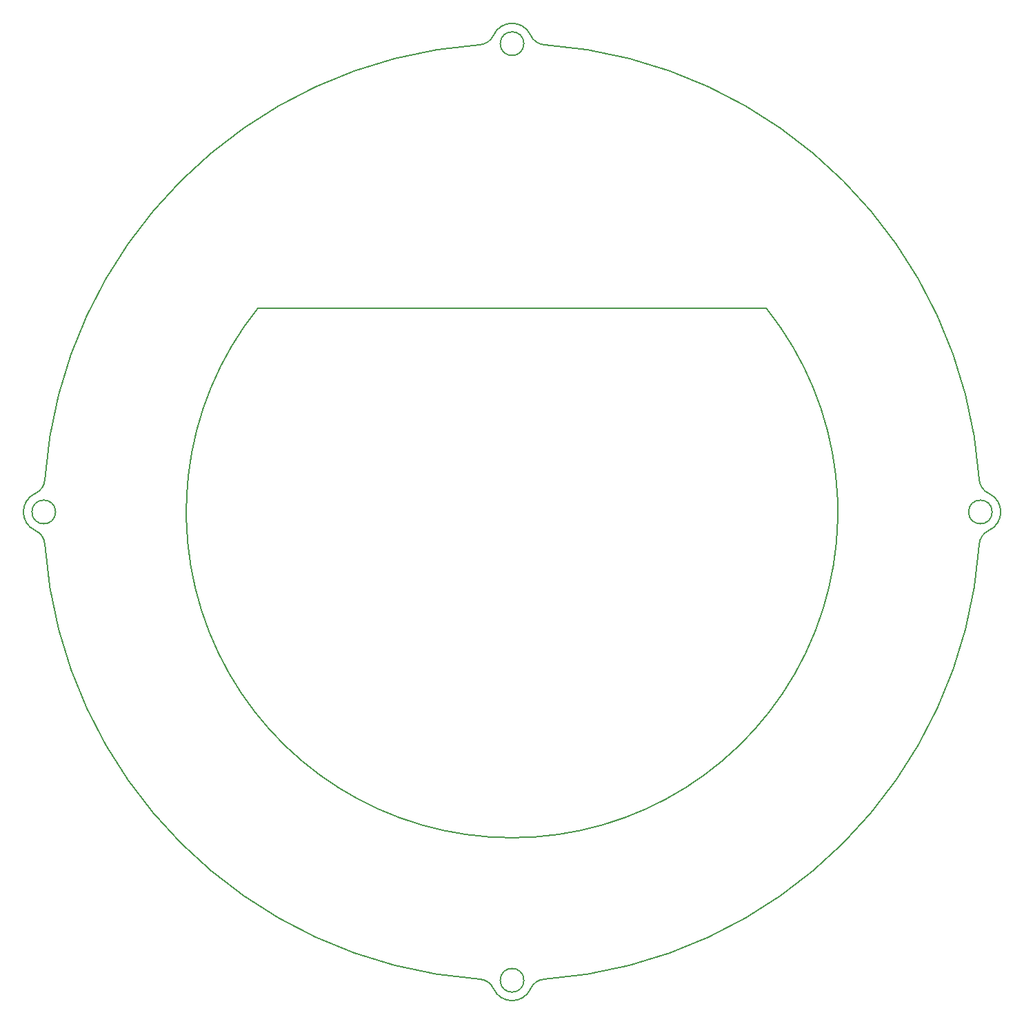
<source format=gbr>
%TF.GenerationSoftware,KiCad,Pcbnew,7.0.9*%
%TF.CreationDate,2024-07-27T15:49:37+09:00*%
%TF.ProjectId,Lne_sensor_main,4c6e655f-7365-46e7-936f-725f6d61696e,rev?*%
%TF.SameCoordinates,Original*%
%TF.FileFunction,Profile,NP*%
%FSLAX46Y46*%
G04 Gerber Fmt 4.6, Leading zero omitted, Abs format (unit mm)*
G04 Created by KiCad (PCBNEW 7.0.9) date 2024-07-27 15:49:37*
%MOMM*%
%LPD*%
G01*
G04 APERTURE LIST*
%TA.AperFunction,Profile*%
%ADD10C,0.200000*%
%TD*%
G04 APERTURE END LIST*
D10*
X178051298Y-103394975D02*
G75*
G03*
X178051299Y-98841425I-1032598J2276775D01*
G01*
X117241921Y-159650807D02*
G75*
G03*
X115558243Y-158481648I-1821421J-826093D01*
G01*
X60986079Y-98841421D02*
G75*
G03*
X60986080Y-103394980I1032621J-2276779D01*
G01*
X117241912Y-159650811D02*
G75*
G03*
X121795468Y-159650811I2276778J1032609D01*
G01*
X123479137Y-158481645D02*
G75*
G03*
X176882135Y-105078646I-3960447J57363445D01*
G01*
X123479137Y-158481642D02*
G75*
G03*
X121795469Y-159650811I137763J-1995258D01*
G01*
X60986079Y-98841419D02*
G75*
G03*
X62155243Y-97157754I-826079J1821419D01*
G01*
X88293699Y-76118201D02*
X150743681Y-76118201D01*
X120968690Y-158618202D02*
G75*
G03*
X120968690Y-158618202I-1450000J0D01*
G01*
X62155244Y-105078648D02*
G75*
G03*
X60986080Y-103394981I-1995244J-137752D01*
G01*
X88293700Y-76118201D02*
G75*
G03*
X150743680Y-76118201I31224990J-25000000D01*
G01*
X178051296Y-103394971D02*
G75*
G03*
X176882137Y-105078646I826104J-1821429D01*
G01*
X62155244Y-105078648D02*
G75*
G03*
X115558243Y-158481646I57363446J3960448D01*
G01*
X176882135Y-97157756D02*
G75*
G03*
X123479135Y-43754756I-57363445J-3960444D01*
G01*
X121795473Y-42585589D02*
G75*
G03*
X123479135Y-43754755I1821427J826089D01*
G01*
X121795467Y-42585592D02*
G75*
G03*
X117241913Y-42585592I-2276777J-1032607D01*
G01*
X120968690Y-43618200D02*
G75*
G03*
X120968690Y-43618200I-1450000J0D01*
G01*
X176882143Y-97157756D02*
G75*
G03*
X178051299Y-98841424I1995257J137756D01*
G01*
X63468689Y-101118201D02*
G75*
G03*
X63468689Y-101118201I-1450000J0D01*
G01*
X115558244Y-43754744D02*
G75*
G03*
X117241913Y-42585592I-137744J1995244D01*
G01*
X178468691Y-101118201D02*
G75*
G03*
X178468691Y-101118201I-1450000J0D01*
G01*
X115558245Y-43754755D02*
G75*
G03*
X62155245Y-97157754I3960445J-57363445D01*
G01*
M02*

</source>
